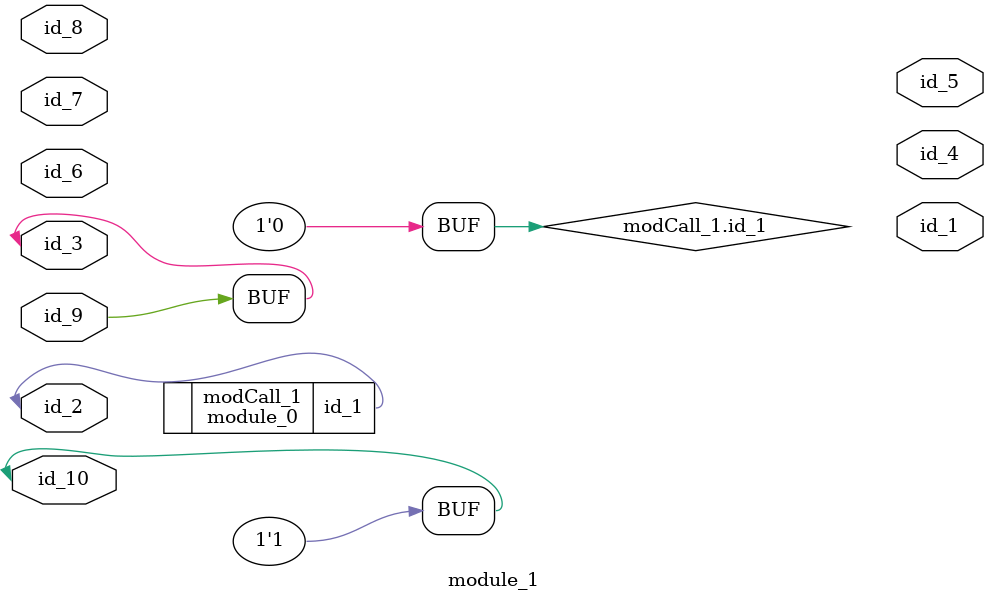
<source format=v>
module module_0 (
    id_1
);
  inout wire id_1;
  assign id_1 = 1;
endmodule
module module_1 (
    id_1,
    id_2,
    id_3,
    id_4,
    id_5,
    id_6,
    id_7,
    id_8,
    id_9,
    id_10
);
  inout wire id_10;
  input wire id_9;
  input wire id_8;
  input wire id_7;
  inout wire id_6;
  output wire id_5;
  output wire id_4;
  inout wire id_3;
  inout wire id_2;
  output wire id_1;
  assign id_3 = id_9;
  module_0 modCall_1 (id_2);
  assign modCall_1.id_1 = 0;
  always begin : LABEL_0
    if (1) id_10 <= 1;
  end
endmodule

</source>
